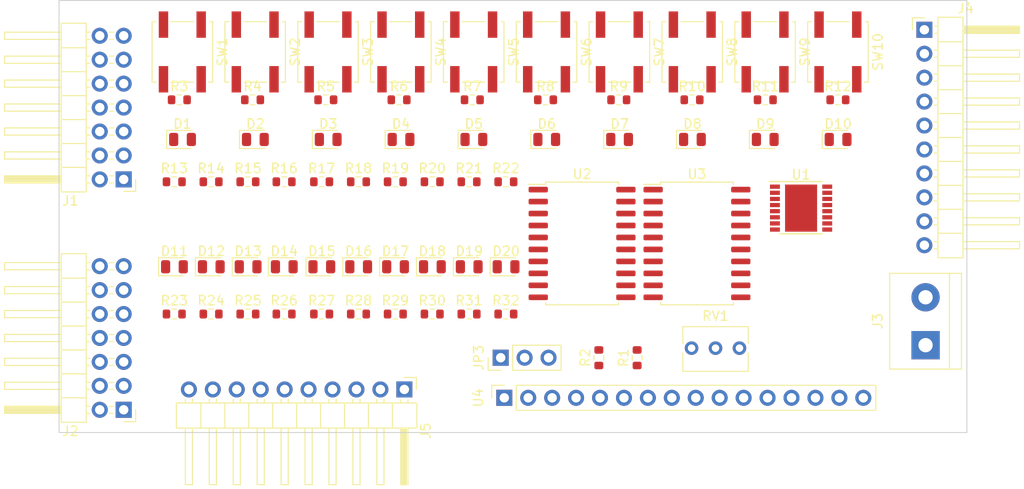
<source format=kicad_pcb>
(kicad_pcb (version 20171130) (host pcbnew "(5.1.10)-1")
  (layers (0 F.Cu signal) (31 B.Cu signal) (34 B.Paste user) (35 F.Paste user) (36 B.SilkS user) (37 F.SilkS user) (38 B.Mask user) (39 F.Mask user) (44 Edge.Cuts user))
  (net 0 "")
  (net 1 "Net-(D1-Pad2)")
  (net 2 GND)
  (net 3 "Net-(D2-Pad2)")
  (net 4 "Net-(D3-Pad2)")
  (net 5 "Net-(D4-Pad2)")
  (net 6 "Net-(D5-Pad2)")
  (net 7 "Net-(D6-Pad2)")
  (net 8 "Net-(D7-Pad2)")
  (net 9 "Net-(D8-Pad2)")
  (net 10 "Net-(D9-Pad2)")
  (net 11 "Net-(D10-Pad2)")
  (net 12 "Net-(D11-Pad2)")
  (net 13 "Net-(D12-Pad2)")
  (net 14 "Net-(D13-Pad2)")
  (net 15 "Net-(D14-Pad2)")
  (net 16 "Net-(D15-Pad2)")
  (net 17 "Net-(D16-Pad2)")
  (net 18 "Net-(D17-Pad2)")
  (net 19 "Net-(D18-Pad2)")
  (net 20 "Net-(D19-Pad2)")
  (net 21 "Net-(D20-Pad2)")
  (net 22 VCC)
  (net 23 CA2)
  (net 24 CA1)
  (net 25 PA7)
  (net 26 PA6)
  (net 27 PA5)
  (net 28 PA4)
  (net 29 PA3)
  (net 30 PA2)
  (net 31 PA1)
  (net 32 PA0)
  (net 33 CB2)
  (net 34 CB1)
  (net 35 PB7)
  (net 36 PB6)
  (net 37 PB5)
  (net 38 PB4)
  (net 39 PB3)
  (net 40 PB2)
  (net 41 PB1)
  (net 42 PB0)
  (net 43 "Net-(R3-Pad1)")
  (net 44 "Net-(R4-Pad1)")
  (net 45 "Net-(R5-Pad1)")
  (net 46 "Net-(R6-Pad1)")
  (net 47 "Net-(R7-Pad1)")
  (net 48 "Net-(R8-Pad1)")
  (net 49 "Net-(R9-Pad1)")
  (net 50 "Net-(R10-Pad1)")
  (net 51 "Net-(R11-Pad1)")
  (net 52 "Net-(R12-Pad1)")
  (net 53 "Net-(U1-Pad9)")
  (net 54 "Net-(U1-Pad7)")
  (net 55 "Net-(U2-Pad9)")
  (net 56 "Net-(U2-Pad8)")
  (net 57 "Net-(U2-Pad7)")
  (net 58 "Net-(U2-Pad6)")
  (net 59 "Net-(U2-Pad5)")
  (net 60 "Net-(U2-Pad4)")
  (net 61 "Net-(U2-Pad3)")
  (net 62 "Net-(U2-Pad2)")
  (net 63 ~EN4~)
  (net 64 ~EN8~)
  (net 65 "Net-(RV1-Pad2)")
  (net 66 "Net-(U1-Pad12)")
  (module Package_SO:HTSSOP-16-1EP_4.4x5mm_P0.65mm_EP3.4x5mm (layer F.Cu) (at 176.403 71.6915)
    (fp_text reference U1 (at 0 -3.55) (layer F.SilkS))
    (fp_text value 74HC157)
    (pad 17 smd rect (at 0 0) (size 3.4 5) (layers F.Cu F.Mask))
    (pad 16 smd rect (at 2.775 -2.275) (size 1.05 0.45) (layers F.Cu F.Paste F.Mask) (net 22 VCC))
    (pad 15 smd rect (at 2.775 -1.625) (size 1.05 0.45) (layers F.Cu F.Paste F.Mask) (net 2 GND))
    (pad 14 smd rect (at 2.775 -0.975) (size 1.05 0.45) (layers F.Cu F.Paste F.Mask) (net 38 PB4))
    (pad 13 smd rect (at 2.775 -0.325) (size 1.05 0.45) (layers F.Cu F.Paste F.Mask) (net 27 PA5))
    (pad 12 smd rect (at 2.775 0.325) (size 1.05 0.45) (layers F.Cu F.Paste F.Mask) (net 66 "Net-(U1-Pad12)"))
    (pad 11 smd rect (at 2.775 0.975) (size 1.05 0.45) (layers F.Cu F.Paste F.Mask) (net 37 PB5))
    (pad 10 smd rect (at 2.775 1.625) (size 1.05 0.45) (layers F.Cu F.Paste F.Mask) (net 26 PA6))
    (pad 9 smd rect (at 2.775 2.275) (size 1.05 0.45) (layers F.Cu F.Paste F.Mask) (net 53 "Net-(U1-Pad9)"))
    (pad 8 smd rect (at -2.775 2.275) (size 1.05 0.45) (layers F.Cu F.Paste F.Mask) (net 2 GND))
    (pad 7 smd rect (at -2.775 1.625) (size 1.05 0.45) (layers F.Cu F.Paste F.Mask) (net 54 "Net-(U1-Pad7)"))
    (pad 6 smd rect (at -2.775 0.975) (size 1.05 0.45) (layers F.Cu F.Paste F.Mask) (net 25 PA7))
    (pad 5 smd rect (at -2.775 0.325) (size 1.05 0.45) (layers F.Cu F.Paste F.Mask) (net 36 PB6))
    (pad 4 smd rect (at -2.775 -0.325) (size 1.05 0.45) (layers F.Cu F.Paste F.Mask))
    (pad 3 smd rect (at -2.775 -0.975) (size 1.05 0.45) (layers F.Cu F.Paste F.Mask) (net 24 CA1))
    (pad 2 smd rect (at -2.775 -1.625) (size 1.05 0.45) (layers F.Cu F.Paste F.Mask) (net 34 CB1))
    (pad 1 smd rect (at -2.775 -2.275) (size 1.05 0.45) (layers F.Cu F.Paste F.Mask) (net 63 ~EN4~))
  )
  (module Potentiometer_THT:Potentiometer_Bourns_3266Y_Vertical (layer F.Cu) (at 169.8625 86.5505)
    (fp_text reference RV1 (at -2.54 -3.41) (layer F.SilkS))
    (fp_text value R_POT_TRIM)
    (pad 3 thru_hole circle (at -5.08 0) (size 1.44 1.44) (drill 0.8) (layers *.Cu *.Mask))
    (pad 2 thru_hole circle (at -2.54 0) (size 1.44 1.44) (drill 0.8) (layers *.Cu *.Mask) (net 65 "Net-(RV1-Pad2)"))
    (pad 1 thru_hole circle (at 0 0) (size 1.44 1.44) (drill 0.8) (layers *.Cu *.Mask) (net 2 GND))
  )
  (module Connector_PinHeader_2.54mm:PinHeader_1x10_P2.54mm_Horizontal (layer F.Cu) (at 134.3025 90.932 270)
    (fp_text reference J5 (at 4.385 -2.27 90) (layer F.SilkS))
    (fp_text value "Port B")
    (pad 10 thru_hole oval (at 0 22.86 270) (size 1.7 1.7) (drill 1) (layers *.Cu *.Mask) (net 42 PB0))
    (pad 9 thru_hole oval (at 0 20.32 270) (size 1.7 1.7) (drill 1) (layers *.Cu *.Mask) (net 41 PB1))
    (pad 8 thru_hole oval (at 0 17.78 270) (size 1.7 1.7) (drill 1) (layers *.Cu *.Mask) (net 40 PB2))
    (pad 7 thru_hole oval (at 0 15.24 270) (size 1.7 1.7) (drill 1) (layers *.Cu *.Mask) (net 39 PB3))
    (pad 6 thru_hole oval (at 0 12.7 270) (size 1.7 1.7) (drill 1) (layers *.Cu *.Mask) (net 38 PB4))
    (pad 5 thru_hole oval (at 0 10.16 270) (size 1.7 1.7) (drill 1) (layers *.Cu *.Mask) (net 37 PB5))
    (pad 4 thru_hole oval (at 0 7.62 270) (size 1.7 1.7) (drill 1) (layers *.Cu *.Mask) (net 36 PB6))
    (pad 3 thru_hole oval (at 0 5.08 270) (size 1.7 1.7) (drill 1) (layers *.Cu *.Mask) (net 35 PB7))
    (pad 2 thru_hole oval (at 0 2.54 270) (size 1.7 1.7) (drill 1) (layers *.Cu *.Mask) (net 34 CB1))
    (pad 1 thru_hole rect (at 0 0 270) (size 1.7 1.7) (drill 1) (layers *.Cu *.Mask) (net 33 CB2))
  )
  (module Connector_PinHeader_2.54mm:PinHeader_1x10_P2.54mm_Horizontal (layer F.Cu) (at 189.484 52.7685)
    (fp_text reference J4 (at 4.385 -2.27) (layer F.SilkS))
    (fp_text value "Port A")
    (pad 10 thru_hole oval (at 0 22.86) (size 1.7 1.7) (drill 1) (layers *.Cu *.Mask) (net 23 CA2))
    (pad 9 thru_hole oval (at 0 20.32) (size 1.7 1.7) (drill 1) (layers *.Cu *.Mask) (net 24 CA1))
    (pad 8 thru_hole oval (at 0 17.78) (size 1.7 1.7) (drill 1) (layers *.Cu *.Mask) (net 25 PA7))
    (pad 7 thru_hole oval (at 0 15.24) (size 1.7 1.7) (drill 1) (layers *.Cu *.Mask) (net 26 PA6))
    (pad 6 thru_hole oval (at 0 12.7) (size 1.7 1.7) (drill 1) (layers *.Cu *.Mask) (net 27 PA5))
    (pad 5 thru_hole oval (at 0 10.16) (size 1.7 1.7) (drill 1) (layers *.Cu *.Mask) (net 28 PA4))
    (pad 4 thru_hole oval (at 0 7.62) (size 1.7 1.7) (drill 1) (layers *.Cu *.Mask) (net 29 PA3))
    (pad 3 thru_hole oval (at 0 5.08) (size 1.7 1.7) (drill 1) (layers *.Cu *.Mask) (net 30 PA2))
    (pad 2 thru_hole oval (at 0 2.54) (size 1.7 1.7) (drill 1) (layers *.Cu *.Mask) (net 31 PA1))
    (pad 1 thru_hole rect (at 0 0) (size 1.7 1.7) (drill 1) (layers *.Cu *.Mask) (net 32 PA0))
  )
  (module TerminalBlock:TerminalBlock_bornier-2_P5.08mm (layer F.Cu) (at 189.611 86.233 90)
    (fp_text reference J3 (at 2.54 -5.08 90) (layer F.SilkS))
    (fp_text value "5v Out")
    (pad 2 thru_hole circle (at 5.08 0 90) (size 3 3) (drill 1.52) (layers *.Cu *.Mask) (net 22 VCC))
    (pad 1 thru_hole rect (at 0 0 90) (size 3 3) (drill 1.52) (layers *.Cu *.Mask) (net 2 GND))
  )
  (module Connector_PinSocket_2.54mm:PinSocket_1x16_P2.54mm_Vertical (layer F.Cu) (at 144.907 91.821 90)
    (fp_text reference U4 (at 0 -2.77 90) (layer F.SilkS))
    (fp_text value HD44780)
    (pad 16 thru_hole oval (at 0 38.1 90) (size 1.7 1.7) (drill 1) (layers *.Cu *.Mask) (net 2 GND))
    (pad 15 thru_hole oval (at 0 35.56 90) (size 1.7 1.7) (drill 1) (layers *.Cu *.Mask) (net 22 VCC))
    (pad 14 thru_hole oval (at 0 33.02 90) (size 1.7 1.7) (drill 1) (layers *.Cu *.Mask) (net 55 "Net-(U2-Pad9)"))
    (pad 13 thru_hole oval (at 0 30.48 90) (size 1.7 1.7) (drill 1) (layers *.Cu *.Mask) (net 56 "Net-(U2-Pad8)"))
    (pad 12 thru_hole oval (at 0 27.94 90) (size 1.7 1.7) (drill 1) (layers *.Cu *.Mask) (net 57 "Net-(U2-Pad7)"))
    (pad 11 thru_hole oval (at 0 25.4 90) (size 1.7 1.7) (drill 1) (layers *.Cu *.Mask) (net 58 "Net-(U2-Pad6)"))
    (pad 10 thru_hole oval (at 0 22.86 90) (size 1.7 1.7) (drill 1) (layers *.Cu *.Mask) (net 59 "Net-(U2-Pad5)"))
    (pad 9 thru_hole oval (at 0 20.32 90) (size 1.7 1.7) (drill 1) (layers *.Cu *.Mask) (net 60 "Net-(U2-Pad4)"))
    (pad 8 thru_hole oval (at 0 17.78 90) (size 1.7 1.7) (drill 1) (layers *.Cu *.Mask) (net 61 "Net-(U2-Pad3)"))
    (pad 7 thru_hole oval (at 0 15.24 90) (size 1.7 1.7) (drill 1) (layers *.Cu *.Mask) (net 62 "Net-(U2-Pad2)"))
    (pad 6 thru_hole oval (at 0 12.7 90) (size 1.7 1.7) (drill 1) (layers *.Cu *.Mask) (net 54 "Net-(U1-Pad7)"))
    (pad 5 thru_hole oval (at 0 10.16 90) (size 1.7 1.7) (drill 1) (layers *.Cu *.Mask) (net 53 "Net-(U1-Pad9)"))
    (pad 4 thru_hole oval (at 0 7.62 90) (size 1.7 1.7) (drill 1) (layers *.Cu *.Mask) (net 66 "Net-(U1-Pad12)"))
    (pad 3 thru_hole oval (at 0 5.08 90) (size 1.7 1.7) (drill 1) (layers *.Cu *.Mask) (net 65 "Net-(RV1-Pad2)"))
    (pad 2 thru_hole oval (at 0 2.54 90) (size 1.7 1.7) (drill 1) (layers *.Cu *.Mask) (net 22 VCC))
    (pad 1 thru_hole rect (at 0 0 90) (size 1.7 1.7) (drill 1) (layers *.Cu *.Mask) (net 2 GND))
  )
  (module Package_SO:SOIC-20W_7.5x12.8mm_P1.27mm (layer F.Cu) (at 165.354 75.4415)
    (fp_text reference U3 (at 0 -7.35) (layer F.SilkS))
    (fp_text value 74HC245)
    (pad 20 smd roundrect (at 4.65 -5.715) (size 2.05 0.6) (layers F.Cu F.Paste F.Mask) (net 22 VCC))
    (pad 19 smd roundrect (at 4.65 -4.445) (size 2.05 0.6) (layers F.Cu F.Paste F.Mask) (net 63 ~EN4~))
    (pad 18 smd roundrect (at 4.65 -3.175) (size 2.05 0.6) (layers F.Cu F.Paste F.Mask) (net 42 PB0))
    (pad 17 smd roundrect (at 4.65 -1.905) (size 2.05 0.6) (layers F.Cu F.Paste F.Mask) (net 41 PB1))
    (pad 16 smd roundrect (at 4.65 -0.635) (size 2.05 0.6) (layers F.Cu F.Paste F.Mask) (net 40 PB2))
    (pad 15 smd roundrect (at 4.65 0.635) (size 2.05 0.6) (layers F.Cu F.Paste F.Mask) (net 39 PB3))
    (pad 14 smd roundrect (at 4.65 1.905) (size 2.05 0.6) (layers F.Cu F.Paste F.Mask) (net 38 PB4))
    (pad 13 smd roundrect (at 4.65 3.175) (size 2.05 0.6) (layers F.Cu F.Paste F.Mask) (net 37 PB5))
    (pad 12 smd roundrect (at 4.65 4.445) (size 2.05 0.6) (layers F.Cu F.Paste F.Mask) (net 36 PB6))
    (pad 11 smd roundrect (at 4.65 5.715) (size 2.05 0.6) (layers F.Cu F.Paste F.Mask) (net 35 PB7))
    (pad 10 smd roundrect (at -4.65 5.715) (size 2.05 0.6) (layers F.Cu F.Paste F.Mask) (net 2 GND))
    (pad 9 smd roundrect (at -4.65 4.445) (size 2.05 0.6) (layers F.Cu F.Paste F.Mask))
    (pad 8 smd roundrect (at -4.65 3.175) (size 2.05 0.6) (layers F.Cu F.Paste F.Mask))
    (pad 7 smd roundrect (at -4.65 1.905) (size 2.05 0.6) (layers F.Cu F.Paste F.Mask))
    (pad 6 smd roundrect (at -4.65 0.635) (size 2.05 0.6) (layers F.Cu F.Paste F.Mask))
    (pad 5 smd roundrect (at -4.65 -0.635) (size 2.05 0.6) (layers F.Cu F.Paste F.Mask) (net 55 "Net-(U2-Pad9)"))
    (pad 4 smd roundrect (at -4.65 -1.905) (size 2.05 0.6) (layers F.Cu F.Paste F.Mask) (net 56 "Net-(U2-Pad8)"))
    (pad 3 smd roundrect (at -4.65 -3.175) (size 2.05 0.6) (layers F.Cu F.Paste F.Mask) (net 57 "Net-(U2-Pad7)"))
    (pad 2 smd roundrect (at -4.65 -4.445) (size 2.05 0.6) (layers F.Cu F.Paste F.Mask) (net 58 "Net-(U2-Pad6)"))
    (pad 1 smd roundrect (at -4.65 -5.715) (size 2.05 0.6) (layers F.Cu F.Paste F.Mask) (net 37 PB5))
  )
  (module Package_SO:SOIC-20W_7.5x12.8mm_P1.27mm (layer F.Cu) (at 153.162 75.4415)
    (fp_text reference U2 (at 0 -7.35) (layer F.SilkS))
    (fp_text value 74HC245)
    (pad 20 smd roundrect (at 4.65 -5.715) (size 2.05 0.6) (layers F.Cu F.Paste F.Mask) (net 22 VCC))
    (pad 19 smd roundrect (at 4.65 -4.445) (size 2.05 0.6) (layers F.Cu F.Paste F.Mask) (net 64 ~EN8~))
    (pad 18 smd roundrect (at 4.65 -3.175) (size 2.05 0.6) (layers F.Cu F.Paste F.Mask) (net 42 PB0))
    (pad 17 smd roundrect (at 4.65 -1.905) (size 2.05 0.6) (layers F.Cu F.Paste F.Mask) (net 41 PB1))
    (pad 16 smd roundrect (at 4.65 -0.635) (size 2.05 0.6) (layers F.Cu F.Paste F.Mask) (net 40 PB2))
    (pad 15 smd roundrect (at 4.65 0.635) (size 2.05 0.6) (layers F.Cu F.Paste F.Mask) (net 39 PB3))
    (pad 14 smd roundrect (at 4.65 1.905) (size 2.05 0.6) (layers F.Cu F.Paste F.Mask) (net 38 PB4))
    (pad 13 smd roundrect (at 4.65 3.175) (size 2.05 0.6) (layers F.Cu F.Paste F.Mask) (net 37 PB5))
    (pad 12 smd roundrect (at 4.65 4.445) (size 2.05 0.6) (layers F.Cu F.Paste F.Mask) (net 36 PB6))
    (pad 11 smd roundrect (at 4.65 5.715) (size 2.05 0.6) (layers F.Cu F.Paste F.Mask) (net 35 PB7))
    (pad 10 smd roundrect (at -4.65 5.715) (size 2.05 0.6) (layers F.Cu F.Paste F.Mask) (net 2 GND))
    (pad 9 smd roundrect (at -4.65 4.445) (size 2.05 0.6) (layers F.Cu F.Paste F.Mask) (net 55 "Net-(U2-Pad9)"))
    (pad 8 smd roundrect (at -4.65 3.175) (size 2.05 0.6) (layers F.Cu F.Paste F.Mask) (net 56 "Net-(U2-Pad8)"))
    (pad 7 smd roundrect (at -4.65 1.905) (size 2.05 0.6) (layers F.Cu F.Paste F.Mask) (net 57 "Net-(U2-Pad7)"))
    (pad 6 smd roundrect (at -4.65 0.635) (size 2.05 0.6) (layers F.Cu F.Paste F.Mask) (net 58 "Net-(U2-Pad6)"))
    (pad 5 smd roundrect (at -4.65 -0.635) (size 2.05 0.6) (layers F.Cu F.Paste F.Mask) (net 59 "Net-(U2-Pad5)"))
    (pad 4 smd roundrect (at -4.65 -1.905) (size 2.05 0.6) (layers F.Cu F.Paste F.Mask) (net 60 "Net-(U2-Pad4)"))
    (pad 3 smd roundrect (at -4.65 -3.175) (size 2.05 0.6) (layers F.Cu F.Paste F.Mask) (net 61 "Net-(U2-Pad3)"))
    (pad 2 smd roundrect (at -4.65 -4.445) (size 2.05 0.6) (layers F.Cu F.Paste F.Mask) (net 62 "Net-(U2-Pad2)"))
    (pad 1 smd roundrect (at -4.65 -5.715) (size 2.05 0.6) (layers F.Cu F.Paste F.Mask) (net 26 PA6))
  )
  (module Button_Switch_SMD:SW_Push_1P1T_NO_CK_KSC6xxJ (layer F.Cu) (at 180.3105 55.118 90)
    (fp_text reference SW10 (at 0 4.24 90) (layer F.SilkS))
    (fp_text value Push)
    (pad 2 smd rect (at 2.9 2 90) (size 2.8 1) (layers F.Cu F.Paste F.Mask) (net 52 "Net-(R12-Pad1)"))
    (pad 2 smd rect (at -2.9 2 90) (size 2.8 1) (layers F.Cu F.Paste F.Mask) (net 52 "Net-(R12-Pad1)"))
    (pad 1 smd rect (at 2.9 -2 90) (size 2.8 1) (layers F.Cu F.Paste F.Mask) (net 2 GND))
    (pad 1 smd rect (at -2.9 -2 90) (size 2.8 1) (layers F.Cu F.Paste F.Mask) (net 2 GND))
  )
  (module Button_Switch_SMD:SW_Push_1P1T_NO_CK_KSC6xxJ (layer F.Cu) (at 172.580888 55.118 90)
    (fp_text reference SW9 (at 0 4.24 90) (layer F.SilkS))
    (fp_text value Push)
    (pad 2 smd rect (at 2.9 2 90) (size 2.8 1) (layers F.Cu F.Paste F.Mask) (net 51 "Net-(R11-Pad1)"))
    (pad 2 smd rect (at -2.9 2 90) (size 2.8 1) (layers F.Cu F.Paste F.Mask) (net 51 "Net-(R11-Pad1)"))
    (pad 1 smd rect (at 2.9 -2 90) (size 2.8 1) (layers F.Cu F.Paste F.Mask) (net 2 GND))
    (pad 1 smd rect (at -2.9 -2 90) (size 2.8 1) (layers F.Cu F.Paste F.Mask) (net 2 GND))
  )
  (module Button_Switch_SMD:SW_Push_1P1T_NO_CK_KSC6xxJ (layer F.Cu) (at 164.851277 55.118 90)
    (fp_text reference SW8 (at 0 4.24 90) (layer F.SilkS))
    (fp_text value Push)
    (pad 2 smd rect (at 2.9 2 90) (size 2.8 1) (layers F.Cu F.Paste F.Mask) (net 50 "Net-(R10-Pad1)"))
    (pad 2 smd rect (at -2.9 2 90) (size 2.8 1) (layers F.Cu F.Paste F.Mask) (net 50 "Net-(R10-Pad1)"))
    (pad 1 smd rect (at 2.9 -2 90) (size 2.8 1) (layers F.Cu F.Paste F.Mask) (net 2 GND))
    (pad 1 smd rect (at -2.9 -2 90) (size 2.8 1) (layers F.Cu F.Paste F.Mask) (net 2 GND))
  )
  (module Button_Switch_SMD:SW_Push_1P1T_NO_CK_KSC6xxJ (layer F.Cu) (at 157.121666 55.118 90)
    (fp_text reference SW7 (at 0 4.24 90) (layer F.SilkS))
    (fp_text value Push)
    (pad 2 smd rect (at 2.9 2 90) (size 2.8 1) (layers F.Cu F.Paste F.Mask) (net 49 "Net-(R9-Pad1)"))
    (pad 2 smd rect (at -2.9 2 90) (size 2.8 1) (layers F.Cu F.Paste F.Mask) (net 49 "Net-(R9-Pad1)"))
    (pad 1 smd rect (at 2.9 -2 90) (size 2.8 1) (layers F.Cu F.Paste F.Mask) (net 2 GND))
    (pad 1 smd rect (at -2.9 -2 90) (size 2.8 1) (layers F.Cu F.Paste F.Mask) (net 2 GND))
  )
  (module Button_Switch_SMD:SW_Push_1P1T_NO_CK_KSC6xxJ (layer F.Cu) (at 149.392055 55.118 90)
    (fp_text reference SW6 (at 0 4.24 90) (layer F.SilkS))
    (fp_text value Push)
    (pad 2 smd rect (at 2.9 2 90) (size 2.8 1) (layers F.Cu F.Paste F.Mask) (net 48 "Net-(R8-Pad1)"))
    (pad 2 smd rect (at -2.9 2 90) (size 2.8 1) (layers F.Cu F.Paste F.Mask) (net 48 "Net-(R8-Pad1)"))
    (pad 1 smd rect (at 2.9 -2 90) (size 2.8 1) (layers F.Cu F.Paste F.Mask) (net 2 GND))
    (pad 1 smd rect (at -2.9 -2 90) (size 2.8 1) (layers F.Cu F.Paste F.Mask) (net 2 GND))
  )
  (module Button_Switch_SMD:SW_Push_1P1T_NO_CK_KSC6xxJ (layer F.Cu) (at 141.662444 55.118 90)
    (fp_text reference SW5 (at 0 4.24 90) (layer F.SilkS))
    (fp_text value Push)
    (pad 2 smd rect (at 2.9 2 90) (size 2.8 1) (layers F.Cu F.Paste F.Mask) (net 47 "Net-(R7-Pad1)"))
    (pad 2 smd rect (at -2.9 2 90) (size 2.8 1) (layers F.Cu F.Paste F.Mask) (net 47 "Net-(R7-Pad1)"))
    (pad 1 smd rect (at 2.9 -2 90) (size 2.8 1) (layers F.Cu F.Paste F.Mask) (net 2 GND))
    (pad 1 smd rect (at -2.9 -2 90) (size 2.8 1) (layers F.Cu F.Paste F.Mask) (net 2 GND))
  )
  (module Button_Switch_SMD:SW_Push_1P1T_NO_CK_KSC6xxJ (layer F.Cu) (at 133.932833 55.118 90)
    (fp_text reference SW4 (at 0 4.24 90) (layer F.SilkS))
    (fp_text value Push)
    (pad 2 smd rect (at 2.9 2 90) (size 2.8 1) (layers F.Cu F.Paste F.Mask) (net 46 "Net-(R6-Pad1)"))
    (pad 2 smd rect (at -2.9 2 90) (size 2.8 1) (layers F.Cu F.Paste F.Mask) (net 46 "Net-(R6-Pad1)"))
    (pad 1 smd rect (at 2.9 -2 90) (size 2.8 1) (layers F.Cu F.Paste F.Mask) (net 2 GND))
    (pad 1 smd rect (at -2.9 -2 90) (size 2.8 1) (layers F.Cu F.Paste F.Mask) (net 2 GND))
  )
  (module Button_Switch_SMD:SW_Push_1P1T_NO_CK_KSC6xxJ (layer F.Cu) (at 126.203222 55.118 90)
    (fp_text reference SW3 (at 0 4.24 90) (layer F.SilkS))
    (fp_text value Push)
    (pad 2 smd rect (at 2.9 2 90) (size 2.8 1) (layers F.Cu F.Paste F.Mask) (net 45 "Net-(R5-Pad1)"))
    (pad 2 smd rect (at -2.9 2 90) (size 2.8 1) (layers F.Cu F.Paste F.Mask) (net 45 "Net-(R5-Pad1)"))
    (pad 1 smd rect (at 2.9 -2 90) (size 2.8 1) (layers F.Cu F.Paste F.Mask) (net 2 GND))
    (pad 1 smd rect (at -2.9 -2 90) (size 2.8 1) (layers F.Cu F.Paste F.Mask) (net 2 GND))
  )
  (module Button_Switch_SMD:SW_Push_1P1T_NO_CK_KSC6xxJ (layer F.Cu) (at 118.473611 55.118 90)
    (fp_text reference SW2 (at 0 4.24 90) (layer F.SilkS))
    (fp_text value Push)
    (pad 2 smd rect (at 2.9 2 90) (size 2.8 1) (layers F.Cu F.Paste F.Mask) (net 44 "Net-(R4-Pad1)"))
    (pad 2 smd rect (at -2.9 2 90) (size 2.8 1) (layers F.Cu F.Paste F.Mask) (net 44 "Net-(R4-Pad1)"))
    (pad 1 smd rect (at 2.9 -2 90) (size 2.8 1) (layers F.Cu F.Paste F.Mask) (net 2 GND))
    (pad 1 smd rect (at -2.9 -2 90) (size 2.8 1) (layers F.Cu F.Paste F.Mask) (net 2 GND))
  )
  (module Button_Switch_SMD:SW_Push_1P1T_NO_CK_KSC6xxJ (layer F.Cu) (at 110.744 55.118 90)
    (fp_text reference SW1 (at 0 4.24 90) (layer F.SilkS))
    (fp_text value Push)
    (pad 2 smd rect (at 2.9 2 90) (size 2.8 1) (layers F.Cu F.Paste F.Mask) (net 43 "Net-(R3-Pad1)"))
    (pad 2 smd rect (at -2.9 2 90) (size 2.8 1) (layers F.Cu F.Paste F.Mask) (net 43 "Net-(R3-Pad1)"))
    (pad 1 smd rect (at 2.9 -2 90) (size 2.8 1) (layers F.Cu F.Paste F.Mask) (net 2 GND))
    (pad 1 smd rect (at -2.9 -2 90) (size 2.8 1) (layers F.Cu F.Paste F.Mask) (net 2 GND))
  )
  (module Resistor_SMD:R_0603_1608Metric (layer F.Cu) (at 145.0775 82.931)
    (fp_text reference R32 (at 0 -1.43) (layer F.SilkS))
    (fp_text value 4.7k)
    (pad 2 smd roundrect (at 0.825 0) (size 0.8 0.95) (layers F.Cu F.Paste F.Mask) (net 21 "Net-(D20-Pad2)"))
    (pad 1 smd roundrect (at -0.825 0) (size 0.8 0.95) (layers F.Cu F.Paste F.Mask) (net 33 CB2))
  )
  (module Resistor_SMD:R_0603_1608Metric (layer F.Cu) (at 141.167216 82.931)
    (fp_text reference R31 (at 0 -1.43) (layer F.SilkS))
    (fp_text value 4.7k)
    (pad 2 smd roundrect (at 0.825 0) (size 0.8 0.95) (layers F.Cu F.Paste F.Mask) (net 20 "Net-(D19-Pad2)"))
    (pad 1 smd roundrect (at -0.825 0) (size 0.8 0.95) (layers F.Cu F.Paste F.Mask) (net 34 CB1))
  )
  (module Resistor_SMD:R_0603_1608Metric (layer F.Cu) (at 137.256939 82.931)
    (fp_text reference R30 (at 0 -1.43) (layer F.SilkS))
    (fp_text value 4.7k)
    (pad 2 smd roundrect (at 0.825 0) (size 0.8 0.95) (layers F.Cu F.Paste F.Mask) (net 19 "Net-(D18-Pad2)"))
    (pad 1 smd roundrect (at -0.825 0) (size 0.8 0.95) (layers F.Cu F.Paste F.Mask) (net 35 PB7))
  )
  (module Resistor_SMD:R_0603_1608Metric (layer F.Cu) (at 133.346662 82.931)
    (fp_text reference R29 (at 0 -1.43) (layer F.SilkS))
    (fp_text value 4.7k)
    (pad 2 smd roundrect (at 0.825 0) (size 0.8 0.95) (layers F.Cu F.Paste F.Mask) (net 18 "Net-(D17-Pad2)"))
    (pad 1 smd roundrect (at -0.825 0) (size 0.8 0.95) (layers F.Cu F.Paste F.Mask) (net 36 PB6))
  )
  (module Resistor_SMD:R_0603_1608Metric (layer F.Cu) (at 129.436385 82.931)
    (fp_text reference R28 (at 0 -1.43) (layer F.SilkS))
    (fp_text value 4.7k)
    (pad 2 smd roundrect (at 0.825 0) (size 0.8 0.95) (layers F.Cu F.Paste F.Mask) (net 17 "Net-(D16-Pad2)"))
    (pad 1 smd roundrect (at -0.825 0) (size 0.8 0.95) (layers F.Cu F.Paste F.Mask) (net 37 PB5))
  )
  (module Resistor_SMD:R_0603_1608Metric (layer F.Cu) (at 125.526108 82.931)
    (fp_text reference R27 (at 0 -1.43) (layer F.SilkS))
    (fp_text value 4.7k)
    (pad 2 smd roundrect (at 0.825 0) (size 0.8 0.95) (layers F.Cu F.Paste F.Mask) (net 16 "Net-(D15-Pad2)"))
    (pad 1 smd roundrect (at -0.825 0) (size 0.8 0.95) (layers F.Cu F.Paste F.Mask) (net 38 PB4))
  )
  (module Resistor_SMD:R_0603_1608Metric (layer F.Cu) (at 121.542498 82.931)
    (fp_text reference R26 (at 0 -1.43) (layer F.SilkS))
    (fp_text value 4.7k)
    (pad 2 smd roundrect (at 0.825 0) (size 0.8 0.95) (layers F.Cu F.Paste F.Mask) (net 15 "Net-(D14-Pad2)"))
    (pad 1 smd roundrect (at -0.825 0) (size 0.8 0.95) (layers F.Cu F.Paste F.Mask) (net 39 PB3))
  )
  (module Resistor_SMD:R_0603_1608Metric (layer F.Cu) (at 117.705554 82.931)
    (fp_text reference R25 (at 0 -1.43) (layer F.SilkS))
    (fp_text value 4.7k)
    (pad 2 smd roundrect (at 0.825 0) (size 0.8 0.95) (layers F.Cu F.Paste F.Mask) (net 14 "Net-(D13-Pad2)"))
    (pad 1 smd roundrect (at -0.825 0) (size 0.8 0.95) (layers F.Cu F.Paste F.Mask) (net 40 PB2))
  )
  (module Resistor_SMD:R_0603_1608Metric (layer F.Cu) (at 113.795277 82.931)
    (fp_text reference R24 (at 0 -1.43) (layer F.SilkS))
    (fp_text value 4.7k)
    (pad 2 smd roundrect (at 0.825 0) (size 0.8 0.95) (layers F.Cu F.Paste F.Mask) (net 13 "Net-(D12-Pad2)"))
    (pad 1 smd roundrect (at -0.825 0) (size 0.8 0.95) (layers F.Cu F.Paste F.Mask) (net 41 PB1))
  )
  (module Resistor_SMD:R_0603_1608Metric (layer F.Cu) (at 109.885 82.931)
    (fp_text reference R23 (at 0 -1.43) (layer F.SilkS))
    (fp_text value 4.7k)
    (pad 2 smd roundrect (at 0.825 0) (size 0.8 0.95) (layers F.Cu F.Paste F.Mask) (net 12 "Net-(D11-Pad2)"))
    (pad 1 smd roundrect (at -0.825 0) (size 0.8 0.95) (layers F.Cu F.Paste F.Mask) (net 42 PB0))
  )
  (module Resistor_SMD:R_0603_1608Metric (layer F.Cu) (at 145.0775 68.8975)
    (fp_text reference R22 (at 0 -1.43) (layer F.SilkS))
    (fp_text value 4.7k)
    (pad 2 smd roundrect (at 0.825 0) (size 0.8 0.95) (layers F.Cu F.Paste F.Mask) (net 11 "Net-(D10-Pad2)"))
    (pad 1 smd roundrect (at -0.825 0) (size 0.8 0.95) (layers F.Cu F.Paste F.Mask) (net 23 CA2))
  )
  (module Resistor_SMD:R_0603_1608Metric (layer F.Cu) (at 141.167216 68.8975)
    (fp_text reference R21 (at 0 -1.43) (layer F.SilkS))
    (fp_text value 4.7k)
    (pad 2 smd roundrect (at 0.825 0) (size 0.8 0.95) (layers F.Cu F.Paste F.Mask) (net 10 "Net-(D9-Pad2)"))
    (pad 1 smd roundrect (at -0.825 0) (size 0.8 0.95) (layers F.Cu F.Paste F.Mask) (net 24 CA1))
  )
  (module Resistor_SMD:R_0603_1608Metric (layer F.Cu) (at 137.256939 68.8975)
    (fp_text reference R20 (at 0 -1.43) (layer F.SilkS))
    (fp_text value 4.7k)
    (pad 2 smd roundrect (at 0.825 0) (size 0.8 0.95) (layers F.Cu F.Paste F.Mask) (net 9 "Net-(D8-Pad2)"))
    (pad 1 smd roundrect (at -0.825 0) (size 0.8 0.95) (layers F.Cu F.Paste F.Mask) (net 25 PA7))
  )
  (module Resistor_SMD:R_0603_1608Metric (layer F.Cu) (at 133.346662 68.8975)
    (fp_text reference R19 (at 0 -1.43) (layer F.SilkS))
    (fp_text value 4.7k)
    (pad 2 smd roundrect (at 0.825 0) (size 0.8 0.95) (layers F.Cu F.Paste F.Mask) (net 8 "Net-(D7-Pad2)"))
    (pad 1 smd roundrect (at -0.825 0) (size 0.8 0.95) (layers F.Cu F.Paste F.Mask) (net 26 PA6))
  )
  (module Resistor_SMD:R_0603_1608Metric (layer F.Cu) (at 129.436385 68.8975)
    (fp_text reference R18 (at 0 -1.43) (layer F.SilkS))
    (fp_text value 4.7k)
    (pad 2 smd roundrect (at 0.825 0) (size 0.8 0.95) (layers F.Cu F.Paste F.Mask) (net 7 "Net-(D6-Pad2)"))
    (pad 1 smd roundrect (at -0.825 0) (size 0.8 0.95) (layers F.Cu F.Paste F.Mask) (net 27 PA5))
  )
  (module Resistor_SMD:R_0603_1608Metric (layer F.Cu) (at 125.526108 68.8975)
    (fp_text reference R17 (at 0 -1.43) (layer F.SilkS))
    (fp_text value 4.7k)
    (pad 2 smd roundrect (at 0.825 0) (size 0.8 0.95) (layers F.Cu F.Paste F.Mask) (net 6 "Net-(D5-Pad2)"))
    (pad 1 smd roundrect (at -0.825 0) (size 0.8 0.95) (layers F.Cu F.Paste F.Mask) (net 28 PA4))
  )
  (module Resistor_SMD:R_0603_1608Metric (layer F.Cu) (at 121.542498 68.8975)
    (fp_text reference R16 (at 0 -1.43) (layer F.SilkS))
    (fp_text value 4.7k)
    (pad 2 smd roundrect (at 0.825 0) (size 0.8 0.95) (layers F.Cu F.Paste F.Mask) (net 5 "Net-(D4-Pad2)"))
    (pad 1 smd roundrect (at -0.825 0) (size 0.8 0.95) (layers F.Cu F.Paste F.Mask) (net 29 PA3))
  )
  (module Resistor_SMD:R_0603_1608Metric (layer F.Cu) (at 117.705554 68.8975)
    (fp_text reference R15 (at 0 -1.43) (layer F.SilkS))
    (fp_text value 4.7k)
    (pad 2 smd roundrect (at 0.825 0) (size 0.8 0.95) (layers F.Cu F.Paste F.Mask) (net 4 "Net-(D3-Pad2)"))
    (pad 1 smd roundrect (at -0.825 0) (size 0.8 0.95) (layers F.Cu F.Paste F.Mask) (net 30 PA2))
  )
  (module Resistor_SMD:R_0603_1608Metric (layer F.Cu) (at 113.795277 68.8975)
    (fp_text reference R14 (at 0 -1.43) (layer F.SilkS))
    (fp_text value 4.7k)
    (pad 2 smd roundrect (at 0.825 0) (size 0.8 0.95) (layers F.Cu F.Paste F.Mask) (net 3 "Net-(D2-Pad2)"))
    (pad 1 smd roundrect (at -0.825 0) (size 0.8 0.95) (layers F.Cu F.Paste F.Mask) (net 31 PA1))
  )
  (module Resistor_SMD:R_0603_1608Metric (layer F.Cu) (at 109.885 68.8975)
    (fp_text reference R13 (at 0 -1.43) (layer F.SilkS))
    (fp_text value 4.7k)
    (pad 2 smd roundrect (at 0.825 0) (size 0.8 0.95) (layers F.Cu F.Paste F.Mask) (net 1 "Net-(D1-Pad2)"))
    (pad 1 smd roundrect (at -0.825 0) (size 0.8 0.95) (layers F.Cu F.Paste F.Mask) (net 32 PA0))
  )
  (module Resistor_SMD:R_0603_1608Metric (layer F.Cu) (at 180.3105 60.198)
    (fp_text reference R12 (at 0 -1.43) (layer F.SilkS))
    (fp_text value 4.7k)
    (pad 2 smd roundrect (at 0.825 0) (size 0.8 0.95) (layers F.Cu F.Paste F.Mask) (net 22 VCC))
    (pad 1 smd roundrect (at -0.825 0) (size 0.8 0.95) (layers F.Cu F.Paste F.Mask) (net 52 "Net-(R12-Pad1)"))
  )
  (module Resistor_SMD:R_0603_1608Metric (layer F.Cu) (at 172.602 60.198)
    (fp_text reference R11 (at 0 -1.43) (layer F.SilkS))
    (fp_text value 4.7k)
    (pad 2 smd roundrect (at 0.825 0) (size 0.8 0.95) (layers F.Cu F.Paste F.Mask) (net 22 VCC))
    (pad 1 smd roundrect (at -0.825 0) (size 0.8 0.95) (layers F.Cu F.Paste F.Mask) (net 51 "Net-(R11-Pad1)"))
  )
  (module Resistor_SMD:R_0603_1608Metric (layer F.Cu) (at 164.83 60.198)
    (fp_text reference R10 (at 0 -1.43) (layer F.SilkS))
    (fp_text value 4.7k)
    (pad 2 smd roundrect (at 0.825 0) (size 0.8 0.95) (layers F.Cu F.Paste F.Mask) (net 22 VCC))
    (pad 1 smd roundrect (at -0.825 0) (size 0.8 0.95) (layers F.Cu F.Paste F.Mask) (net 50 "Net-(R10-Pad1)"))
  )
  (module Resistor_SMD:R_0603_1608Metric (layer F.Cu) (at 157.058 60.198)
    (fp_text reference R9 (at 0 -1.43) (layer F.SilkS))
    (fp_text value 4.7k)
    (pad 2 smd roundrect (at 0.825 0) (size 0.8 0.95) (layers F.Cu F.Paste F.Mask) (net 22 VCC))
    (pad 1 smd roundrect (at -0.825 0) (size 0.8 0.95) (layers F.Cu F.Paste F.Mask) (net 49 "Net-(R9-Pad1)"))
  )
  (module Resistor_SMD:R_0603_1608Metric (layer F.Cu) (at 149.286 60.198)
    (fp_text reference R8 (at 0 -1.43) (layer F.SilkS))
    (fp_text value 4.7k)
    (pad 2 smd roundrect (at 0.825 0) (size 0.8 0.95) (layers F.Cu F.Paste F.Mask) (net 22 VCC))
    (pad 1 smd roundrect (at -0.825 0) (size 0.8 0.95) (layers F.Cu F.Paste F.Mask) (net 48 "Net-(R8-Pad1)"))
  )
  (module Resistor_SMD:R_0603_1608Metric (layer F.Cu) (at 141.514 60.198)
    (fp_text reference R7 (at 0 -1.43) (layer F.SilkS))
    (fp_text value 4.7k)
    (pad 2 smd roundrect (at 0.825 0) (size 0.8 0.95) (layers F.Cu F.Paste F.Mask) (net 22 VCC))
    (pad 1 smd roundrect (at -0.825 0) (size 0.8 0.95) (layers F.Cu F.Paste F.Mask) (net 47 "Net-(R7-Pad1)"))
  )
  (module Resistor_SMD:R_0603_1608Metric (layer F.Cu) (at 133.742 60.198)
    (fp_text reference R6 (at 0 -1.43) (layer F.SilkS))
    (fp_text value 4.7k)
    (pad 2 smd roundrect (at 0.825 0) (size 0.8 0.95) (layers F.Cu F.Paste F.Mask) (net 22 VCC))
    (pad 1 smd roundrect (at -0.825 0) (size 0.8 0.95) (layers F.Cu F.Paste F.Mask) (net 46 "Net-(R6-Pad1)"))
  )
  (module Resistor_SMD:R_0603_1608Metric (layer F.Cu) (at 125.97 60.198)
    (fp_text reference R5 (at 0 -1.43) (layer F.SilkS))
    (fp_text value 4.7k)
    (pad 2 smd roundrect (at 0.825 0) (size 0.8 0.95) (layers F.Cu F.Paste F.Mask) (net 22 VCC))
    (pad 1 smd roundrect (at -0.825 0) (size 0.8 0.95) (layers F.Cu F.Paste F.Mask) (net 45 "Net-(R5-Pad1)"))
  )
  (module Resistor_SMD:R_0603_1608Metric (layer F.Cu) (at 118.198 60.198)
    (fp_text reference R4 (at 0 -1.43) (layer F.SilkS))
    (fp_text value 4.7k)
    (pad 2 smd roundrect (at 0.825 0) (size 0.8 0.95) (layers F.Cu F.Paste F.Mask) (net 22 VCC))
    (pad 1 smd roundrect (at -0.825 0) (size 0.8 0.95) (layers F.Cu F.Paste F.Mask) (net 44 "Net-(R4-Pad1)"))
  )
  (module Resistor_SMD:R_0603_1608Metric (layer F.Cu) (at 110.426 60.198)
    (fp_text reference R3 (at 0 -1.43) (layer F.SilkS))
    (fp_text value 4.7k)
    (pad 2 smd roundrect (at 0.825 0) (size 0.8 0.95) (layers F.Cu F.Paste F.Mask) (net 22 VCC))
    (pad 1 smd roundrect (at -0.825 0) (size 0.8 0.95) (layers F.Cu F.Paste F.Mask) (net 43 "Net-(R3-Pad1)"))
  )
  (module Resistor_SMD:R_0603_1608Metric (layer F.Cu) (at 154.94 87.5665 90)
    (fp_text reference R2 (at 0 -1.43 90) (layer F.SilkS))
    (fp_text value 4.7k)
    (pad 2 smd roundrect (at 0.825 0 90) (size 0.8 0.95) (layers F.Cu F.Paste F.Mask) (net 22 VCC))
    (pad 1 smd roundrect (at -0.825 0 90) (size 0.8 0.95) (layers F.Cu F.Paste F.Mask) (net 64 ~EN8~))
  )
  (module Resistor_SMD:R_0603_1608Metric (layer F.Cu) (at 159.004 87.5665 90)
    (fp_text reference R1 (at 0 -1.43 90) (layer F.SilkS))
    (fp_text value 4.7k)
    (pad 2 smd roundrect (at 0.825 0 90) (size 0.8 0.95) (layers F.Cu F.Paste F.Mask) (net 22 VCC))
    (pad 1 smd roundrect (at -0.825 0 90) (size 0.8 0.95) (layers F.Cu F.Paste F.Mask) (net 63 ~EN4~))
  )
  (module Connector_PinHeader_2.54mm:PinHeader_1x03_P2.54mm_Vertical (layer F.Cu) (at 144.526 87.5665 90)
    (fp_text reference JP3 (at 0 -2.33 90) (layer F.SilkS))
    (fp_text value "Mode Sel")
    (pad 3 thru_hole oval (at 0 5.08 90) (size 1.7 1.7) (drill 1) (layers *.Cu *.Mask) (net 63 ~EN4~))
    (pad 2 thru_hole oval (at 0 2.54 90) (size 1.7 1.7) (drill 1) (layers *.Cu *.Mask) (net 2 GND))
    (pad 1 thru_hole rect (at 0 0 90) (size 1.7 1.7) (drill 1) (layers *.Cu *.Mask) (net 64 ~EN8~))
  )
  (module Connector_PinHeader_2.54mm:PinHeader_2x07_P2.54mm_Horizontal (layer F.Cu) (at 104.521 93.091 180)
    (fp_text reference J2 (at 5.655 -2.27) (layer F.SilkS))
    (fp_text value "IO Port B")
    (pad 14 thru_hole oval (at 2.54 15.24 180) (size 1.7 1.7) (drill 1) (layers *.Cu *.Mask) (net 22 VCC))
    (pad 13 thru_hole oval (at 0 15.24 180) (size 1.7 1.7) (drill 1) (layers *.Cu *.Mask) (net 2 GND))
    (pad 12 thru_hole oval (at 2.54 12.7 180) (size 1.7 1.7) (drill 1) (layers *.Cu *.Mask) (net 33 CB2))
    (pad 11 thru_hole oval (at 0 12.7 180) (size 1.7 1.7) (drill 1) (layers *.Cu *.Mask) (net 34 CB1))
    (pad 10 thru_hole oval (at 2.54 10.16 180) (size 1.7 1.7) (drill 1) (layers *.Cu *.Mask) (net 35 PB7))
    (pad 9 thru_hole oval (at 0 10.16 180) (size 1.7 1.7) (drill 1) (layers *.Cu *.Mask) (net 36 PB6))
    (pad 8 thru_hole oval (at 2.54 7.62 180) (size 1.7 1.7) (drill 1) (layers *.Cu *.Mask) (net 37 PB5))
    (pad 7 thru_hole oval (at 0 7.62 180) (size 1.7 1.7) (drill 1) (layers *.Cu *.Mask) (net 38 PB4))
    (pad 6 thru_hole oval (at 2.54 5.08 180) (size 1.7 1.7) (drill 1) (layers *.Cu *.Mask) (net 39 PB3))
    (pad 5 thru_hole oval (at 0 5.08 180) (size 1.7 1.7) (drill 1) (layers *.Cu *.Mask) (net 40 PB2))
    (pad 4 thru_hole oval (at 2.54 2.54 180) (size 1.7 1.7) (drill 1) (layers *.Cu *.Mask) (net 41 PB1))
    (pad 3 thru_hole oval (at 0 2.54 180) (size 1.7 1.7) (drill 1) (layers *.Cu *.Mask) (net 42 PB0))
    (pad 2 thru_hole oval (at 2.54 0 180) (size 1.7 1.7) (drill 1) (layers *.Cu *.Mask) (net 2 GND))
    (pad 1 thru_hole rect (at 0 0 180) (size 1.7 1.7) (drill 1) (layers *.Cu *.Mask) (net 22 VCC))
  )
  (module Connector_PinHeader_2.54mm:PinHeader_2x07_P2.54mm_Horizontal (layer F.Cu) (at 104.521 68.6435 180)
    (fp_text reference J1 (at 5.655 -2.27) (layer F.SilkS))
    (fp_text value "IO Port A")
    (pad 14 thru_hole oval (at 2.54 15.24 180) (size 1.7 1.7) (drill 1) (layers *.Cu *.Mask) (net 22 VCC))
    (pad 13 thru_hole oval (at 0 15.24 180) (size 1.7 1.7) (drill 1) (layers *.Cu *.Mask) (net 2 GND))
    (pad 12 thru_hole oval (at 2.54 12.7 180) (size 1.7 1.7) (drill 1) (layers *.Cu *.Mask) (net 23 CA2))
    (pad 11 thru_hole oval (at 0 12.7 180) (size 1.7 1.7) (drill 1) (layers *.Cu *.Mask) (net 24 CA1))
    (pad 10 thru_hole oval (at 2.54 10.16 180) (size 1.7 1.7) (drill 1) (layers *.Cu *.Mask) (net 25 PA7))
    (pad 9 thru_hole oval (at 0 10.16 180) (size 1.7 1.7) (drill 1) (layers *.Cu *.Mask) (net 26 PA6))
    (pad 8 thru_hole oval (at 2.54 7.62 180) (size 1.7 1.7) (drill 1) (layers *.Cu *.Mask) (net 27 PA5))
    (pad 7 thru_hole oval (at 0 7.62 180) (size 1.7 1.7) (drill 1) (layers *.Cu *.Mask) (net 28 PA4))
    (pad 6 thru_hole oval (at 2.54 5.08 180) (size 1.7 1.7) (drill 1) (layers *.Cu *.Mask) (net 29 PA3))
    (pad 5 thru_hole oval (at 0 5.08 180) (size 1.7 1.7) (drill 1) (layers *.Cu *.Mask) (net 30 PA2))
    (pad 4 thru_hole oval (at 2.54 2.54 180) (size 1.7 1.7) (drill 1) (layers *.Cu *.Mask) (net 31 PA1))
    (pad 3 thru_hole oval (at 0 2.54 180) (size 1.7 1.7) (drill 1) (layers *.Cu *.Mask) (net 32 PA0))
    (pad 2 thru_hole oval (at 2.54 0 180) (size 1.7 1.7) (drill 1) (layers *.Cu *.Mask) (net 2 GND))
    (pad 1 thru_hole rect (at 0 0 180) (size 1.7 1.7) (drill 1) (layers *.Cu *.Mask) (net 22 VCC))
  )
  (module LED_SMD:LED_0805_2012Metric (layer F.Cu) (at 145.0975 77.9145)
    (fp_text reference D20 (at 0 -1.65) (layer F.SilkS))
    (fp_text value LED)
    (pad 2 smd roundrect (at 0.9375 0) (size 0.975 1.4) (layers F.Cu F.Paste F.Mask) (net 21 "Net-(D20-Pad2)"))
    (pad 1 smd roundrect (at -0.9375 0) (size 0.975 1.4) (layers F.Cu F.Paste F.Mask) (net 2 GND))
  )
  (module LED_SMD:LED_0805_2012Metric (layer F.Cu) (at 141.187216 77.9145)
    (fp_text reference D19 (at 0 -1.65) (layer F.SilkS))
    (fp_text value LED)
    (pad 2 smd roundrect (at 0.9375 0) (size 0.975 1.4) (layers F.Cu F.Paste F.Mask) (net 20 "Net-(D19-Pad2)"))
    (pad 1 smd roundrect (at -0.9375 0) (size 0.975 1.4) (layers F.Cu F.Paste F.Mask) (net 2 GND))
  )
  (module LED_SMD:LED_0805_2012Metric (layer F.Cu) (at 137.276939 77.9145)
    (fp_text reference D18 (at 0 -1.65) (layer F.SilkS))
    (fp_text value LED)
    (pad 2 smd roundrect (at 0.9375 0) (size 0.975 1.4) (layers F.Cu F.Paste F.Mask) (net 19 "Net-(D18-Pad2)"))
    (pad 1 smd roundrect (at -0.9375 0) (size 0.975 1.4) (layers F.Cu F.Paste F.Mask) (net 2 GND))
  )
  (module LED_SMD:LED_0805_2012Metric (layer F.Cu) (at 133.366662 77.9145)
    (fp_text reference D17 (at 0 -1.65) (layer F.SilkS))
    (fp_text value LED)
    (pad 2 smd roundrect (at 0.9375 0) (size 0.975 1.4) (layers F.Cu F.Paste F.Mask) (net 18 "Net-(D17-Pad2)"))
    (pad 1 smd roundrect (at -0.9375 0) (size 0.975 1.4) (layers F.Cu F.Paste F.Mask) (net 2 GND))
  )
  (module LED_SMD:LED_0805_2012Metric (layer F.Cu) (at 129.456385 77.9145)
    (fp_text reference D16 (at 0 -1.65) (layer F.SilkS))
    (fp_text value LED)
    (pad 2 smd roundrect (at 0.9375 0) (size 0.975 1.4) (layers F.Cu F.Paste F.Mask) (net 17 "Net-(D16-Pad2)"))
    (pad 1 smd roundrect (at -0.9375 0) (size 0.975 1.4) (layers F.Cu F.Paste F.Mask) (net 2 GND))
  )
  (module LED_SMD:LED_0805_2012Metric (layer F.Cu) (at 125.546108 77.9145)
    (fp_text reference D15 (at 0 -1.65) (layer F.SilkS))
    (fp_text value LED)
    (pad 2 smd roundrect (at 0.9375 0) (size 0.975 1.4) (layers F.Cu F.Paste F.Mask) (net 16 "Net-(D15-Pad2)"))
    (pad 1 smd roundrect (at -0.9375 0) (size 0.975 1.4) (layers F.Cu F.Paste F.Mask) (net 2 GND))
  )
  (module LED_SMD:LED_0805_2012Metric (layer F.Cu) (at 121.562498 77.9145)
    (fp_text reference D14 (at 0 -1.65) (layer F.SilkS))
    (fp_text value LED)
    (pad 2 smd roundrect (at 0.9375 0) (size 0.975 1.4) (layers F.Cu F.Paste F.Mask) (net 15 "Net-(D14-Pad2)"))
    (pad 1 smd roundrect (at -0.9375 0) (size 0.975 1.4) (layers F.Cu F.Paste F.Mask) (net 2 GND))
  )
  (module LED_SMD:LED_0805_2012Metric (layer F.Cu) (at 117.725554 77.9145)
    (fp_text reference D13 (at 0 -1.65) (layer F.SilkS))
    (fp_text value LED)
    (pad 2 smd roundrect (at 0.9375 0) (size 0.975 1.4) (layers F.Cu F.Paste F.Mask) (net 14 "Net-(D13-Pad2)"))
    (pad 1 smd roundrect (at -0.9375 0) (size 0.975 1.4) (layers F.Cu F.Paste F.Mask) (net 2 GND))
  )
  (module LED_SMD:LED_0805_2012Metric (layer F.Cu) (at 113.815277 77.9145)
    (fp_text reference D12 (at 0 -1.65) (layer F.SilkS))
    (fp_text value LED)
    (pad 2 smd roundrect (at 0.9375 0) (size 0.975 1.4) (layers F.Cu F.Paste F.Mask) (net 13 "Net-(D12-Pad2)"))
    (pad 1 smd roundrect (at -0.9375 0) (size 0.975 1.4) (layers F.Cu F.Paste F.Mask) (net 2 GND))
  )
  (module LED_SMD:LED_0805_2012Metric (layer F.Cu) (at 109.905 77.9145)
    (fp_text reference D11 (at 0 -1.65) (layer F.SilkS))
    (fp_text value LED)
    (pad 2 smd roundrect (at 0.9375 0) (size 0.975 1.4) (layers F.Cu F.Paste F.Mask) (net 12 "Net-(D11-Pad2)"))
    (pad 1 smd roundrect (at -0.9375 0) (size 0.975 1.4) (layers F.Cu F.Paste F.Mask) (net 2 GND))
  )
  (module LED_SMD:LED_0805_2012Metric (layer F.Cu) (at 180.3305 64.405)
    (fp_text reference D10 (at 0 -1.65) (layer F.SilkS))
    (fp_text value LED)
    (pad 2 smd roundrect (at 0.9375 0) (size 0.975 1.4) (layers F.Cu F.Paste F.Mask) (net 11 "Net-(D10-Pad2)"))
    (pad 1 smd roundrect (at -0.9375 0) (size 0.975 1.4) (layers F.Cu F.Paste F.Mask) (net 2 GND))
  )
  (module LED_SMD:LED_0805_2012Metric (layer F.Cu) (at 172.600888 64.405)
    (fp_text reference D9 (at 0 -1.65) (layer F.SilkS))
    (fp_text value LED)
    (pad 2 smd roundrect (at 0.9375 0) (size 0.975 1.4) (layers F.Cu F.Paste F.Mask) (net 10 "Net-(D9-Pad2)"))
    (pad 1 smd roundrect (at -0.9375 0) (size 0.975 1.4) (layers F.Cu F.Paste F.Mask) (net 2 GND))
  )
  (module LED_SMD:LED_0805_2012Metric (layer F.Cu) (at 164.871277 64.405)
    (fp_text reference D8 (at 0 -1.65) (layer F.SilkS))
    (fp_text value LED)
    (pad 2 smd roundrect (at 0.9375 0) (size 0.975 1.4) (layers F.Cu F.Paste F.Mask) (net 9 "Net-(D8-Pad2)"))
    (pad 1 smd roundrect (at -0.9375 0) (size 0.975 1.4) (layers F.Cu F.Paste F.Mask) (net 2 GND))
  )
  (module LED_SMD:LED_0805_2012Metric (layer F.Cu) (at 157.141666 64.405)
    (fp_text reference D7 (at 0 -1.65) (layer F.SilkS))
    (fp_text value LED)
    (pad 2 smd roundrect (at 0.9375 0) (size 0.975 1.4) (layers F.Cu F.Paste F.Mask) (net 8 "Net-(D7-Pad2)"))
    (pad 1 smd roundrect (at -0.9375 0) (size 0.975 1.4) (layers F.Cu F.Paste F.Mask) (net 2 GND))
  )
  (module LED_SMD:LED_0805_2012Metric (layer F.Cu) (at 149.412055 64.405)
    (fp_text reference D6 (at 0 -1.65) (layer F.SilkS))
    (fp_text value LED)
    (pad 2 smd roundrect (at 0.9375 0) (size 0.975 1.4) (layers F.Cu F.Paste F.Mask) (net 7 "Net-(D6-Pad2)"))
    (pad 1 smd roundrect (at -0.9375 0) (size 0.975 1.4) (layers F.Cu F.Paste F.Mask) (net 2 GND))
  )
  (module LED_SMD:LED_0805_2012Metric (layer F.Cu) (at 141.682444 64.405)
    (fp_text reference D5 (at 0 -1.65) (layer F.SilkS))
    (fp_text value LED)
    (pad 2 smd roundrect (at 0.9375 0) (size 0.975 1.4) (layers F.Cu F.Paste F.Mask) (net 6 "Net-(D5-Pad2)"))
    (pad 1 smd roundrect (at -0.9375 0) (size 0.975 1.4) (layers F.Cu F.Paste F.Mask) (net 2 GND))
  )
  (module LED_SMD:LED_0805_2012Metric (layer F.Cu) (at 133.952833 64.405)
    (fp_text reference D4 (at 0 -1.65) (layer F.SilkS))
    (fp_text value LED)
    (pad 2 smd roundrect (at 0.9375 0) (size 0.975 1.4) (layers F.Cu F.Paste F.Mask) (net 5 "Net-(D4-Pad2)"))
    (pad 1 smd roundrect (at -0.9375 0) (size 0.975 1.4) (layers F.Cu F.Paste F.Mask) (net 2 GND))
  )
  (module LED_SMD:LED_0805_2012Metric (layer F.Cu) (at 126.223222 64.405)
    (fp_text reference D3 (at 0 -1.65) (layer F.SilkS))
    (fp_text value LED)
    (pad 2 smd roundrect (at 0.9375 0) (size 0.975 1.4) (layers F.Cu F.Paste F.Mask) (net 4 "Net-(D3-Pad2)"))
    (pad 1 smd roundrect (at -0.9375 0) (size 0.975 1.4) (layers F.Cu F.Paste F.Mask) (net 2 GND))
  )
  (module LED_SMD:LED_0805_2012Metric (layer F.Cu) (at 118.493611 64.405)
    (fp_text reference D2 (at 0 -1.65) (layer F.SilkS))
    (fp_text value LED)
    (pad 2 smd roundrect (at 0.9375 0) (size 0.975 1.4) (layers F.Cu F.Paste F.Mask) (net 3 "Net-(D2-Pad2)"))
    (pad 1 smd roundrect (at -0.9375 0) (size 0.975 1.4) (layers F.Cu F.Paste F.Mask) (net 2 GND))
  )
  (module LED_SMD:LED_0805_2012Metric (layer F.Cu) (at 110.764 64.405)
    (fp_text reference D1 (at 0 -1.65) (layer F.SilkS))
    (fp_text value LED)
    (pad 2 smd roundrect (at 0.9375 0) (size 0.975 1.4) (layers F.Cu F.Paste F.Mask) (net 1 "Net-(D1-Pad2)"))
    (pad 1 smd roundrect (at -0.9375 0) (size 0.975 1.4) (layers F.Cu F.Paste F.Mask) (net 2 GND))
  )
  (gr_line (start 193.9925 49.657) (end 193.9925 95.504) (layer Edge.Cuts) (width 0.1))
  (gr_line (start 97.663 49.657) (end 193.9925 49.657) (layer Edge.Cuts) (width 0.1))
  (gr_line (start 97.663 95.504) (end 97.663 49.657) (layer Edge.Cuts) (width 0.1))
  (gr_line (start 193.9925 95.504) (end 97.663 95.504) (layer Edge.Cuts) (width 0.1))
)
</source>
